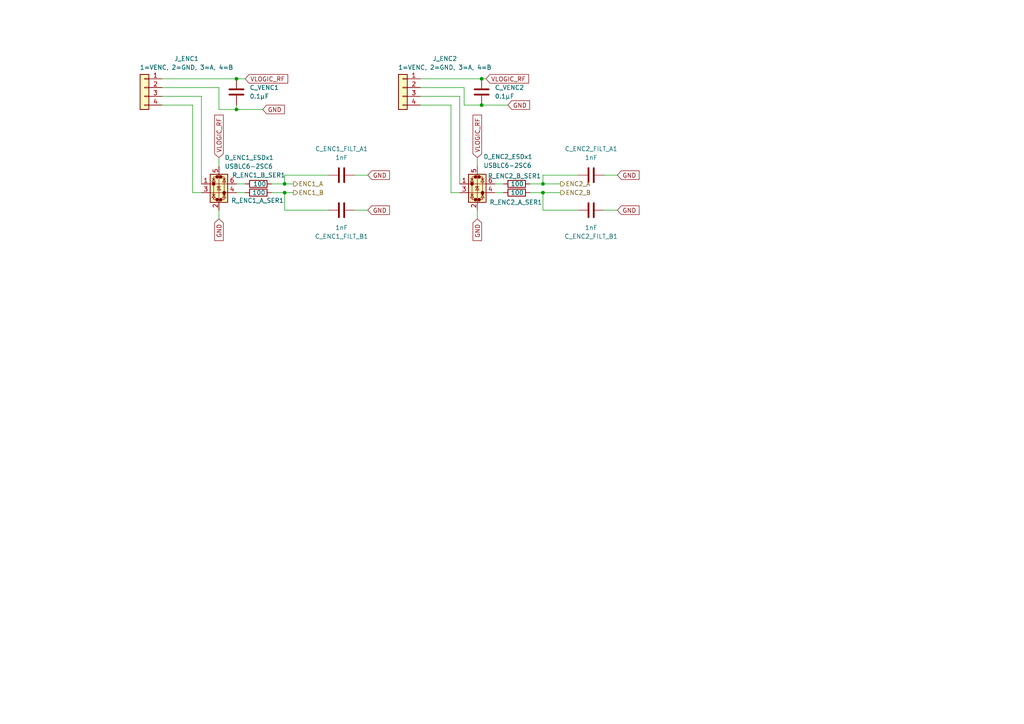
<source format=kicad_sch>
(kicad_sch (version 20250114) (generator "eeschema") (generator_version "9.0")
  (paper "A4")
  (lib_symbols
    (symbol "Connector_Generic:Conn_01x04" (pin_names (offset 1.016) (hide yes))
      (property "Reference" "J" (at 0 5.08 0))
      (property "Value" "Conn_01x04" (at 0 -7.62 0))
      (symbol "Conn_01x04_1_1"
        (rectangle (start -1.27 3.81) (end 1.27 -6.35) (stroke (width 0.254)) (fill (type background)))
        (rectangle (start -1.27 2.667) (end 0 2.413) (stroke (width 0.1524)))
        (rectangle (start -1.27 0.127) (end 0 -0.127) (stroke (width 0.1524)))
        (rectangle (start -1.27 -2.413) (end 0 -2.667) (stroke (width 0.1524)))
        (rectangle (start -1.27 -4.953) (end 0 -5.207) (stroke (width 0.1524)))
        (pin passive line (at -5.08 2.54 0) (length 3.81) (name "Pin_1") (number "1"))
        (pin passive line (at -5.08 0 0) (length 3.81) (name "Pin_2") (number "2"))
        (pin passive line (at -5.08 -2.54 0) (length 3.81) (name "Pin_3") (number "3"))
        (pin passive line (at -5.08 -5.08 0) (length 3.81) (name "Pin_4") (number "4"))
      )
    )
    (symbol "Device:C" (pin_numbers (hide yes)) (pin_names (offset 0.254))
      (property "Reference" "C" (at 0.635 2.54 0))
      (property "Value" "C" (at 0.635 -2.54 0))
      (symbol "C_0_1"
        (polyline (pts (xy -2.032 0.762) (xy 2.032 0.762)) (stroke (width 0.508)))
        (polyline (pts (xy -2.032 -0.762) (xy 2.032 -0.762)) (stroke (width 0.508)))
      )
      (symbol "C_1_1"
        (pin passive line (at 0 3.81 270) (length 2.794) (name "~") (number "1"))
        (pin passive line (at 0 -3.81 90) (length 2.794) (name "~") (number "2"))
      )
    )
    (symbol "Device:R" (pin_numbers (hide yes)) (pin_names (offset 0))
      (property "Reference" "R" (at 2.032 0 90))
      (property "Value" "R" (at 0 0 90))
      (symbol "R_0_1"
        (rectangle (start -1.016 -2.54) (end 1.016 2.54) (stroke (width 0.254)))
      )
      (symbol "R_1_1"
        (pin passive line (at 0 3.81 270) (length 1.27) (name "~") (number "1"))
        (pin passive line (at 0 -3.81 90) (length 1.27) (name "~") (number "2"))
      )
    )
    (symbol "Power_Protection:USBLC6-2SC6" (pin_names (hide yes))
      (property "Reference" "U" (at 0.635 5.715 0))
      (property "Value" "USBLC6-2SC6" (at 0.635 3.81 0))
      (symbol "USBLC6-2SC6_0_0"
        (circle (center -1.524 0) (radius 0.0001) (stroke (width 0.508)))
        (circle (center -0.508 2.032) (radius 0.0001) (stroke (width 0.508)))
        (circle (center -0.508 -4.572) (radius 0.0001) (stroke (width 0.508)))
        (circle (center 0.508 2.032) (radius 0.0001) (stroke (width 0.508)))
        (circle (center 0.508 -4.572) (radius 0.0001) (stroke (width 0.508)))
        (circle (center 1.524 -2.54) (radius 0.0001) (stroke (width 0.508)))
      )
      (symbol "USBLC6-2SC6_0_1"
        (polyline (pts (xy -2.54 0) (xy 2.54 0)))
        (polyline (pts (xy -2.54 -2.54) (xy 2.54 -2.54)))
        (polyline (pts (xy -2.032 0.508) (xy -1.016 0.508) (xy -1.524 1.524) (xy -2.032 0.508)))
        (polyline (pts (xy -2.032 -3.048) (xy -1.016 -3.048)))
        (polyline (pts (xy -1.016 1.524) (xy -2.032 1.524)))
        (polyline (pts (xy -1.016 -4.064) (xy -2.032 -4.064) (xy -1.524 -3.048) (xy -1.016 -4.064)))
        (polyline (pts (xy -0.508 -1.143) (xy -0.508 -0.762) (xy 0.508 -0.762)))
        (polyline (pts (xy 0 2.54) (xy -0.508 2.032) (xy 0.508 2.032) (xy 0 1.524) (xy 0 -4.064) (xy -0.508 -4.572) (xy 0.508 -4.572) (xy 0 -5.08)))
        (polyline (pts (xy 0.508 -1.778) (xy -0.508 -1.778) (xy 0 -0.762) (xy 0.508 -1.778)))
        (polyline (pts (xy 1.016 1.524) (xy 2.032 1.524)))
        (polyline (pts (xy 1.016 -3.048) (xy 2.032 -3.048)))
        (polyline (pts (xy 2.032 0.508) (xy 1.016 0.508) (xy 1.524 1.524) (xy 2.032 0.508)))
        (polyline (pts (xy 2.032 -4.064) (xy 1.016 -4.064) (xy 1.524 -3.048) (xy 2.032 -4.064)))
      )
      (symbol "USBLC6-2SC6_1_1"
        (rectangle (start -2.54 2.794) (end 2.54 -5.334) (stroke (width 0.254)) (fill (type background)))
        (polyline (pts (xy -0.508 2.032) (xy -1.524 2.032) (xy -1.524 -4.572) (xy -0.508 -4.572)))
        (polyline (pts (xy 0.508 -4.572) (xy 1.524 -4.572) (xy 1.524 2.032) (xy 0.508 2.032)))
        (pin passive line (at -5.08 0 0) (length 2.54) (name "I/O1") (number "1"))
        (pin passive line (at -5.08 -2.54 0) (length 2.54) (name "I/O2") (number "3"))
        (pin passive line (at 0 5.08 270) (length 2.54) (name "VBUS") (number "5"))
        (pin passive line (at 0 -7.62 90) (length 2.54) (name "GND") (number "2"))
        (pin passive line (at 5.08 0 180) (length 2.54) (name "I/O1") (number "6"))
        (pin passive line (at 5.08 -2.54 180) (length 2.54) (name "I/O2") (number "4"))
      )
    )
  )
  (junction (at 68.58 31.75))
  (junction (at 139.7 22.86))
  (junction (at 139.7 30.48))
  (junction (at 82.55 55.88))
  (junction (at 68.58 22.86))
  (junction (at 157.48 55.88))
  (junction (at 82.55 53.34))
  (junction (at 157.48 53.34))
  (wire (pts (xy 82.55 60.96) (xy 82.55 55.88)))
  (wire (pts (xy 63.5 45.72) (xy 63.5 48.26)))
  (wire (pts (xy 82.55 55.88) (xy 85.09 55.88)))
  (wire (pts (xy 68.58 31.75) (xy 63.5 31.75)))
  (wire (pts (xy 55.88 55.88) (xy 58.42 55.88)))
  (wire (pts (xy 153.67 55.88) (xy 157.48 55.88)))
  (wire (pts (xy 68.58 55.88) (xy 71.12 55.88)))
  (wire (pts (xy 157.48 53.34) (xy 162.56 53.34)))
  (wire (pts (xy 68.58 22.86) (xy 46.99 22.86)))
  (wire (pts (xy 175.26 60.96) (xy 179.07 60.96)))
  (wire (pts (xy 121.92 27.94) (xy 133.35 27.94)))
  (wire (pts (xy 95.25 50.8) (xy 82.55 50.8)))
  (wire (pts (xy 139.7 22.86) (xy 121.92 22.86)))
  (wire (pts (xy 63.5 60.96) (xy 63.5 63.5)))
  (wire (pts (xy 167.64 50.8) (xy 157.48 50.8)))
  (wire (pts (xy 58.42 27.94) (xy 58.42 53.34)))
  (wire (pts (xy 143.51 55.88) (xy 146.05 55.88)))
  (wire (pts (xy 175.26 50.8) (xy 179.07 50.8)))
  (wire (pts (xy 102.87 60.96) (xy 106.68 60.96)))
  (wire (pts (xy 167.64 60.96) (xy 157.48 60.96)))
  (wire (pts (xy 157.48 55.88) (xy 162.56 55.88)))
  (wire (pts (xy 68.58 53.34) (xy 71.12 53.34)))
  (wire (pts (xy 46.99 27.94) (xy 58.42 27.94)))
  (wire (pts (xy 139.7 30.48) (xy 134.62 30.48)))
  (wire (pts (xy 130.81 30.48) (xy 130.81 55.88)))
  (wire (pts (xy 46.99 30.48) (xy 55.88 30.48)))
  (wire (pts (xy 76.2 31.75) (xy 68.58 31.75)))
  (wire (pts (xy 133.35 27.94) (xy 133.35 53.34)))
  (wire (pts (xy 95.25 60.96) (xy 82.55 60.96)))
  (wire (pts (xy 134.62 25.4) (xy 121.92 25.4)))
  (wire (pts (xy 138.43 45.72) (xy 138.43 48.26)))
  (wire (pts (xy 130.81 55.88) (xy 133.35 55.88)))
  (wire (pts (xy 134.62 30.48) (xy 134.62 25.4)))
  (wire (pts (xy 121.92 30.48) (xy 130.81 30.48)))
  (wire (pts (xy 102.87 50.8) (xy 106.68 50.8)))
  (wire (pts (xy 71.12 22.86) (xy 68.58 22.86)))
  (wire (pts (xy 82.55 53.34) (xy 85.09 53.34)))
  (wire (pts (xy 138.43 60.96) (xy 138.43 63.5)))
  (wire (pts (xy 157.48 50.8) (xy 157.48 53.34)))
  (wire (pts (xy 68.58 30.48) (xy 68.58 31.75)))
  (wire (pts (xy 63.5 31.75) (xy 63.5 25.4)))
  (wire (pts (xy 82.55 50.8) (xy 82.55 53.34)))
  (wire (pts (xy 147.32 30.48) (xy 139.7 30.48)))
  (wire (pts (xy 153.67 53.34) (xy 157.48 53.34)))
  (wire (pts (xy 143.51 53.34) (xy 146.05 53.34)))
  (wire (pts (xy 78.74 55.88) (xy 82.55 55.88)))
  (wire (pts (xy 63.5 25.4) (xy 46.99 25.4)))
  (wire (pts (xy 157.48 60.96) (xy 157.48 55.88)))
  (wire (pts (xy 140.97 22.86) (xy 139.7 22.86)))
  (wire (pts (xy 78.74 53.34) (xy 82.55 53.34)))
  (wire (pts (xy 55.88 30.48) (xy 55.88 55.88)))
  (global_label "VLOGIC_RF" (shape input) (at 140.97 22.86 0) (property "Intersheetrefs" "${INTERSHEET_REFS}" (effects (hide yes))))
  (global_label "GND" (shape input) (at 106.68 60.96 0) (property "Intersheetrefs" "${INTERSHEET_REFS}" (effects (hide yes))))
  (global_label "GND" (shape input) (at 179.07 60.96 0) (property "Intersheetrefs" "${INTERSHEET_REFS}" (effects (hide yes))))
  (global_label "VLOGIC_RF" (shape input) (at 71.12 22.86 0) (property "Intersheetrefs" "${INTERSHEET_REFS}" (effects (hide yes))))
  (global_label "GND" (shape input) (at 106.68 50.8 0) (property "Intersheetrefs" "${INTERSHEET_REFS}" (effects (hide yes))))
  (global_label "GND" (shape input) (at 63.5 63.5 270) (property "Intersheetrefs" "${INTERSHEET_REFS}" (effects (hide yes))))
  (global_label "VLOGIC_RF" (shape input) (at 138.43 45.72 90) (property "Intersheetrefs" "${INTERSHEET_REFS}" (effects (hide yes))))
  (global_label "GND" (shape input) (at 138.43 63.5 270) (property "Intersheetrefs" "${INTERSHEET_REFS}" (effects (hide yes))))
  (global_label "GND" (shape input) (at 179.07 50.8 0) (property "Intersheetrefs" "${INTERSHEET_REFS}" (effects (hide yes))))
  (global_label "GND" (shape input) (at 76.2 31.75 0) (property "Intersheetrefs" "${INTERSHEET_REFS}" (effects (hide yes))))
  (global_label "GND" (shape input) (at 147.32 30.48 0) (property "Intersheetrefs" "${INTERSHEET_REFS}" (effects (hide yes))))
  (global_label "VLOGIC_RF" (shape input) (at 63.5 45.72 90) (property "Intersheetrefs" "${INTERSHEET_REFS}" (effects (hide yes))))
  (hierarchical_label "ENC1_B" (shape output) (at 85.09 55.88 0))
  (hierarchical_label "ENC1_A" (shape output) (at 85.09 53.34 0))
  (hierarchical_label "ENC2_A" (shape output) (at 162.56 53.34 0))
  (hierarchical_label "ENC2_B" (shape output) (at 162.56 55.88 0))
  (symbol (lib_id "Device:R") (at 149.86 55.88 270) (mirror x) (unit 1)
    (property "Reference" "R_ENC2_A_SER1" (at 141.986 58.674 90) (effects (justify left)))
    (property "Value" "100" (at 148.082 55.88 90) (effects (justify left)))
    (property "Footprint" "Resistor_SMD:R_0612_1632Metric" (effects (hide yes)))
    (property "Description" "Resistor" (effects (hide yes)))
  )
  (symbol (lib_id "Connector_Generic:Conn_01x04") (at 41.91 25.4 0) (mirror y) (unit 1) (exclude_from_sim yes)
    (property "Reference" "J_ENC1" (at 54.102 17.018 0))
    (property "Value" "1=VENC, 2=GND, 3=A, 4=B" (at 54.102 19.558 0))
    (property "Footprint" "Connector_JST:JST_PH_B4B-PH-K_1x04_P2.00mm_Vertical" (effects (hide yes)))
    (property "Description" "Generic connector, single row, 01x04, script generated (kicad-library-utils/schlib/autogen/connector/)" (effects (hide yes)))
  )
  (symbol (lib_id "Device:R") (at 74.93 53.34 270) (mirror x) (unit 1)
    (property "Reference" "R_ENC1_B_SER1" (at 67.31 50.8 90) (effects (justify left)))
    (property "Value" "100" (at 73.406 53.34 90) (effects (justify left)))
    (property "Footprint" "Resistor_SMD:R_0612_1632Metric" (effects (hide yes)))
    (property "Description" "Resistor" (effects (hide yes)))
  )
  (symbol (lib_id "Device:C") (at 99.06 50.8 90) (unit 1)
    (property "Reference" "C_ENC1_FILT_A1" (at 99.06 43.18 90))
    (property "Value" "1nF" (at 99.06 45.72 90))
    (property "Footprint" "Capacitor_SMD:C_0603_1608Metric" (effects (hide yes)))
    (property "Description" "Unpolarized capacitor" (effects (hide yes)))
  )
  (symbol (lib_id "Device:C") (at 171.45 60.96 90) (mirror x) (unit 1)
    (property "Reference" "C_ENC2_FILT_B1" (at 171.45 68.58 90))
    (property "Value" "1nF" (at 171.45 66.04 90))
    (property "Footprint" "Capacitor_SMD:C_0603_1608Metric" (effects (hide yes)))
    (property "Description" "Unpolarized capacitor" (effects (hide yes)))
  )
  (symbol (lib_id "Device:R") (at 74.93 55.88 270) (mirror x) (unit 1)
    (property "Reference" "R_ENC1_A_SER1" (at 67.056 58.166 90) (effects (justify left)))
    (property "Value" "100" (at 73.152 55.88 90) (effects (justify left)))
    (property "Footprint" "Resistor_SMD:R_0612_1632Metric" (effects (hide yes)))
    (property "Description" "Resistor" (effects (hide yes)))
  )
  (symbol (lib_id "Device:C") (at 68.58 26.67 0) (unit 1)
    (property "Reference" "C_VENC1" (at 72.39 25.3999 0) (effects (justify left)))
    (property "Value" "0.1µF" (at 72.39 27.9399 0) (effects (justify left)))
    (property "Footprint" "Capacitor_SMD:C_0603_1608Metric" (effects (hide yes)))
    (property "Description" "Unpolarized capacitor" (effects (hide yes)))
  )
  (symbol (lib_id "Power_Protection:USBLC6-2SC6") (at 63.5 53.34 0) (unit 1) (exclude_from_sim yes)
    (property "Reference" "D_ENC1_ESDx1" (at 65.1511 45.72 0) (effects (justify left)))
    (property "Value" "USBLC6-2SC6" (at 65.1511 48.26 0) (effects (justify left)))
    (property "Footprint" "Package_TO_SOT_SMD:SOT-23-6" (effects (hide yes)))
    (property "Datasheet" "https://www.st.com/resource/en/datasheet/usblc6-2.pdf" (effects (hide yes)))
    (property "Description" "Very low capacitance ESD protection diode, 2 data-line, SOT-23-6" (effects (hide yes)))
  )
  (symbol (lib_id "Device:C") (at 99.06 60.96 90) (mirror x) (unit 1)
    (property "Reference" "C_ENC1_FILT_B1" (at 99.06 68.58 90))
    (property "Value" "1nF" (at 99.06 66.04 90))
    (property "Footprint" "Capacitor_SMD:C_0603_1608Metric" (effects (hide yes)))
    (property "Description" "Unpolarized capacitor" (effects (hide yes)))
  )
  (symbol (lib_id "Connector_Generic:Conn_01x04") (at 116.84 25.4 0) (mirror y) (unit 1) (exclude_from_sim yes)
    (property "Reference" "J_ENC2" (at 129.032 17.018 0))
    (property "Value" "1=VENC, 2=GND, 3=A, 4=B" (at 129.032 19.558 0))
    (property "Footprint" "Connector_JST:JST_PH_B4B-PH-K_1x04_P2.00mm_Vertical" (effects (hide yes)))
    (property "Description" "Generic connector, single row, 01x04, script generated (kicad-library-utils/schlib/autogen/connector/)" (effects (hide yes)))
  )
  (symbol (lib_id "Device:C") (at 171.45 50.8 90) (unit 1)
    (property "Reference" "C_ENC2_FILT_A1" (at 171.45 43.18 90))
    (property "Value" "1nF" (at 171.45 45.72 90))
    (property "Footprint" "Capacitor_SMD:C_0603_1608Metric" (effects (hide yes)))
    (property "Description" "Unpolarized capacitor" (effects (hide yes)))
  )
  (symbol (lib_id "Power_Protection:USBLC6-2SC6") (at 138.43 53.34 0) (unit 1) (exclude_from_sim yes)
    (property "Reference" "D_ENC2_ESDx1" (at 140.208 45.466 0) (effects (justify left)))
    (property "Value" "USBLC6-2SC6" (at 140.208 48.006 0) (effects (justify left)))
    (property "Footprint" "Package_TO_SOT_SMD:SOT-23-6" (effects (hide yes)))
    (property "Datasheet" "https://www.st.com/resource/en/datasheet/usblc6-2.pdf" (effects (hide yes)))
    (property "Description" "Very low capacitance ESD protection diode, 2 data-line, SOT-23-6" (effects (hide yes)))
  )
  (symbol (lib_id "Device:R") (at 149.86 53.34 270) (mirror x) (unit 1)
    (property "Reference" "R_ENC2_B_SER1" (at 141.478 51.054 90) (effects (justify left)))
    (property "Value" "100" (at 148.082 53.34 90) (effects (justify left)))
    (property "Footprint" "Resistor_SMD:R_0612_1632Metric" (effects (hide yes)))
    (property "Description" "Resistor" (effects (hide yes)))
  )
  (symbol (lib_id "Device:C") (at 139.7 26.67 0) (unit 1)
    (property "Reference" "C_VENC2" (at 143.51 25.3999 0) (effects (justify left)))
    (property "Value" "0.1µF" (at 143.51 27.9399 0) (effects (justify left)))
    (property "Footprint" "Capacitor_SMD:C_0603_1608Metric" (effects (hide yes)))
    (property "Description" "Unpolarized capacitor" (effects (hide yes)))
  )
)
</source>
